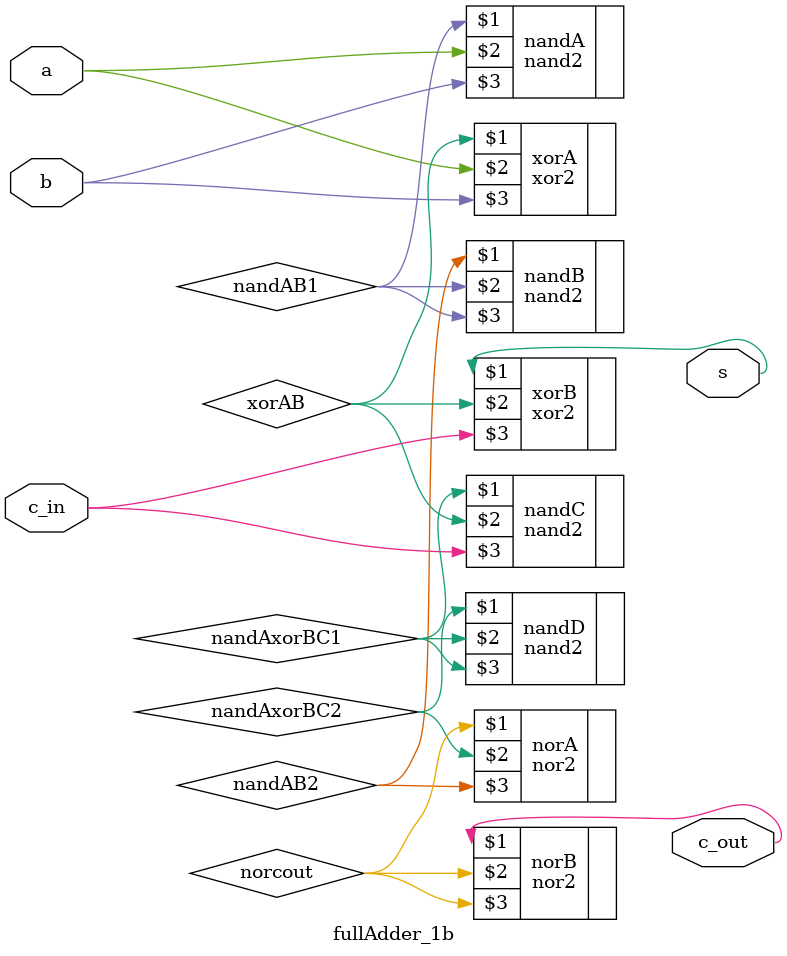
<source format=v>
/*
    CS/ECE 552 Spring '20
    Homework #1, Problem 2
    
    a 1-bit full adder
*/
`default_nettype none
module fullAdder_1b(s, c_out, a, b, c_in);
    output wire s;
    output wire c_out;
    input  wire  a, b;
    input wire c_in;

    // YOUR CODE HERE
    wire nandAB1, nandAB2, nandAxorBC1, nandAorBC2, norcout, xorAB, nandAxorBC2;

    xor2 xorA(xorAB, a, b);
    xor2 xorB(s, xorAB, c_in);
    nand2 nandA(nandAB1, a, b);
    nand2 nandB(nandAB2, nandAB1, nandAB1);
    nand2 nandC(nandAxorBC1, xorAB, c_in);
    nand2 nandD(nandAxorBC2, nandAxorBC1, nandAxorBC1);
    nor2 norA(norcout, nandAxorBC2, nandAB2);
    nor2 norB(c_out, norcout, norcout);

endmodule
`default_nettype wire
</source>
